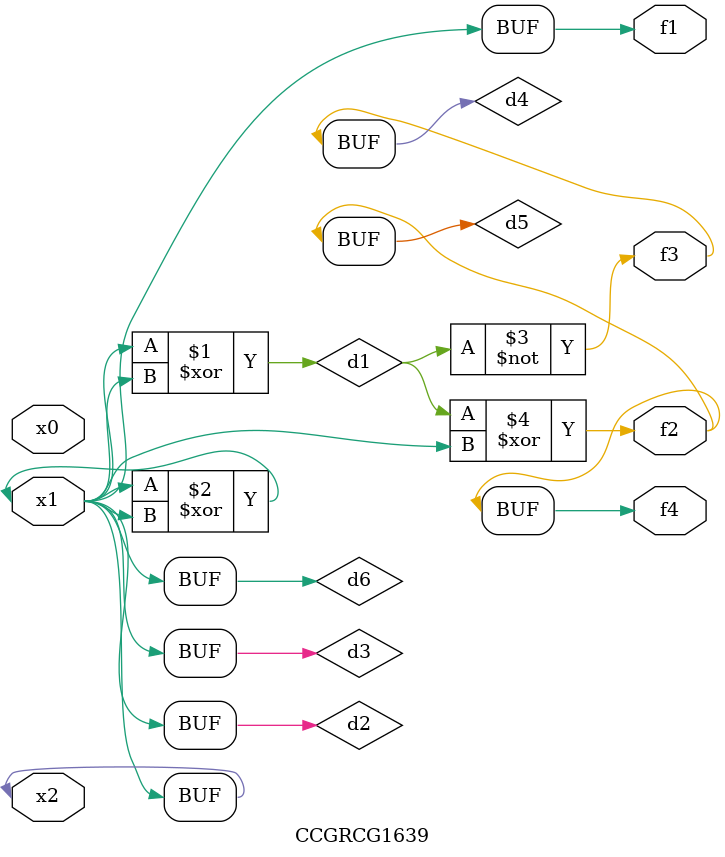
<source format=v>
module CCGRCG1639(
	input x0, x1, x2,
	output f1, f2, f3, f4
);

	wire d1, d2, d3, d4, d5, d6;

	xor (d1, x1, x2);
	buf (d2, x1, x2);
	xor (d3, x1, x2);
	nor (d4, d1);
	xor (d5, d1, d2);
	buf (d6, d2, d3);
	assign f1 = d6;
	assign f2 = d5;
	assign f3 = d4;
	assign f4 = d5;
endmodule

</source>
